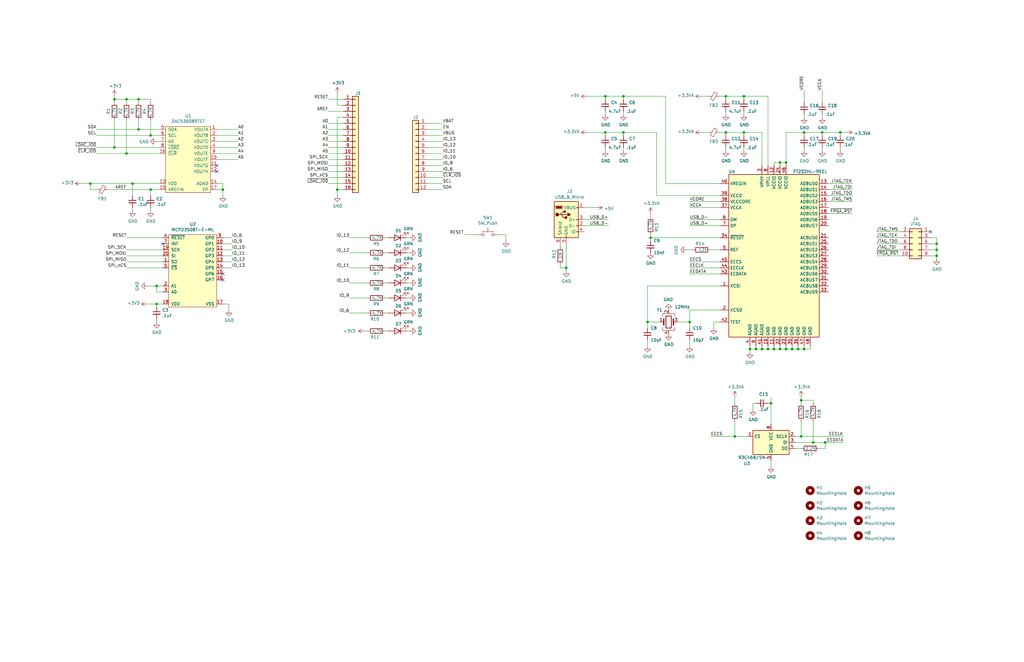
<source format=kicad_sch>
(kicad_sch (version 20230121) (generator eeschema)
  (paper "B")
  (junction (at 318.77 147.32))
  (junction (at 313.69 40.64))
  (junction (at 142.24 80.01))
  (junction (at 394.97 102.87))
  (junction (at 274.32 100.33))
  (junction (at 262.89 40.64))
  (junction (at 326.39 147.32))
  (junction (at 321.31 147.32))
  (junction (at 262.89 55.88))
  (junction (at 337.82 168.91))
  (junction (at 63.5 57.15))
  (junction (at 339.09 147.32))
  (junction (at 337.82 184.15))
  (junction (at 354.33 55.88))
  (junction (at 309.88 184.15))
  (junction (at 273.05 135.89))
  (junction (at 328.93 147.32))
  (junction (at 63.5 80.01))
  (junction (at 48.26 62.23))
  (junction (at 347.98 186.69))
  (junction (at 342.9 186.69))
  (junction (at 255.27 40.64))
  (junction (at 238.76 113.03))
  (junction (at 66.04 120.65))
  (junction (at 306.07 55.88))
  (junction (at 325.12 170.18))
  (junction (at 48.26 41.91))
  (junction (at 55.88 77.47))
  (junction (at 306.07 40.64))
  (junction (at 346.71 55.88))
  (junction (at 93.98 80.01))
  (junction (at 58.42 54.61))
  (junction (at 334.01 147.32))
  (junction (at 394.97 105.41))
  (junction (at 331.47 68.58))
  (junction (at 313.69 55.88))
  (junction (at 331.47 147.32))
  (junction (at 394.97 107.95))
  (junction (at 336.55 147.32))
  (junction (at 323.85 147.32))
  (junction (at 339.09 55.88))
  (junction (at 290.83 135.89))
  (junction (at 38.1 77.47))
  (junction (at 328.93 68.58))
  (junction (at 58.42 41.91))
  (junction (at 316.23 147.32))
  (junction (at 53.34 41.91))
  (junction (at 66.04 128.27))
  (junction (at 255.27 55.88))
  (junction (at 53.34 64.77))
  (no_connect (at 93.98 118.11))
  (no_connect (at 91.44 72.39))
  (no_connect (at 68.58 102.87))
  (no_connect (at 392.43 97.79))
  (no_connect (at 93.98 115.57))
  (no_connect (at 91.44 69.85))
  (wire (pts (xy 93.98 80.01) (xy 93.98 77.47)))
  (wire (pts (xy 262.89 40.64) (xy 280.67 40.64)))
  (wire (pts (xy 276.86 82.55) (xy 303.53 82.55)))
  (wire (pts (xy 342.9 170.18) (xy 342.9 168.91)))
  (wire (pts (xy 317.5 170.18) (xy 317.5 172.72)))
  (wire (pts (xy 316.23 148.59) (xy 316.23 147.32)))
  (wire (pts (xy 337.82 184.15) (xy 355.6 184.15)))
  (wire (pts (xy 144.78 80.01) (xy 142.24 80.01)))
  (wire (pts (xy 336.55 147.32) (xy 336.55 146.05)))
  (wire (pts (xy 331.47 147.32) (xy 334.01 147.32)))
  (wire (pts (xy 66.04 128.27) (xy 68.58 128.27)))
  (wire (pts (xy 347.98 186.69) (xy 355.6 186.69)))
  (wire (pts (xy 53.34 50.8) (xy 53.34 64.77)))
  (wire (pts (xy 325.12 170.18) (xy 325.12 167.64)))
  (wire (pts (xy 144.78 44.45) (xy 142.24 44.45)))
  (wire (pts (xy 180.34 69.85) (xy 186.69 69.85)))
  (wire (pts (xy 306.07 55.88) (xy 303.53 55.88)))
  (wire (pts (xy 290.83 143.51) (xy 290.83 146.05)))
  (wire (pts (xy 290.83 113.03) (xy 303.53 113.03)))
  (wire (pts (xy 379.73 105.41) (xy 369.57 105.41)))
  (wire (pts (xy 144.78 69.85) (xy 138.43 69.85)))
  (wire (pts (xy 337.82 170.18) (xy 337.82 168.91)))
  (wire (pts (xy 326.39 69.85) (xy 326.39 68.58)))
  (wire (pts (xy 303.53 85.09) (xy 290.83 85.09)))
  (wire (pts (xy 342.9 186.69) (xy 347.98 186.69)))
  (wire (pts (xy 236.22 113.03) (xy 238.76 113.03)))
  (wire (pts (xy 335.28 186.69) (xy 342.9 186.69)))
  (wire (pts (xy 336.55 147.32) (xy 339.09 147.32)))
  (wire (pts (xy 331.47 147.32) (xy 331.47 146.05)))
  (wire (pts (xy 306.07 63.5) (xy 306.07 62.23)))
  (wire (pts (xy 280.67 77.47) (xy 303.53 77.47)))
  (wire (pts (xy 379.73 100.33) (xy 369.57 100.33)))
  (wire (pts (xy 147.32 100.33) (xy 154.94 100.33)))
  (wire (pts (xy 58.42 41.91) (xy 63.5 41.91)))
  (wire (pts (xy 347.98 189.23) (xy 347.98 186.69)))
  (wire (pts (xy 55.88 88.9) (xy 55.88 87.63)))
  (wire (pts (xy 318.77 170.18) (xy 317.5 170.18)))
  (wire (pts (xy 290.83 95.25) (xy 303.53 95.25)))
  (wire (pts (xy 323.85 69.85) (xy 323.85 40.64)))
  (wire (pts (xy 274.32 100.33) (xy 303.53 100.33)))
  (wire (pts (xy 147.32 132.08) (xy 154.94 132.08)))
  (wire (pts (xy 180.34 52.07) (xy 186.69 52.07)))
  (wire (pts (xy 144.78 64.77) (xy 138.43 64.77)))
  (wire (pts (xy 144.78 67.31) (xy 138.43 67.31)))
  (wire (pts (xy 313.69 63.5) (xy 313.69 62.23)))
  (wire (pts (xy 93.98 102.87) (xy 97.79 102.87)))
  (wire (pts (xy 68.58 113.03) (xy 53.34 113.03)))
  (wire (pts (xy 335.28 189.23) (xy 337.82 189.23)))
  (wire (pts (xy 180.34 54.61) (xy 186.69 54.61)))
  (wire (pts (xy 162.56 139.7) (xy 163.83 139.7)))
  (wire (pts (xy 273.05 120.65) (xy 303.53 120.65)))
  (wire (pts (xy 326.39 147.32) (xy 326.39 146.05)))
  (wire (pts (xy 63.5 50.8) (xy 63.5 57.15)))
  (wire (pts (xy 40.64 54.61) (xy 58.42 54.61)))
  (wire (pts (xy 144.78 72.39) (xy 138.43 72.39)))
  (wire (pts (xy 262.89 48.26) (xy 262.89 46.99)))
  (wire (pts (xy 96.52 128.27) (xy 96.52 130.81)))
  (wire (pts (xy 147.32 113.03) (xy 154.94 113.03)))
  (wire (pts (xy 171.45 132.08) (xy 172.72 132.08)))
  (wire (pts (xy 62.23 128.27) (xy 66.04 128.27)))
  (wire (pts (xy 262.89 63.5) (xy 262.89 62.23)))
  (wire (pts (xy 290.83 130.81) (xy 290.83 135.89)))
  (wire (pts (xy 63.5 82.55) (xy 63.5 80.01)))
  (wire (pts (xy 328.93 147.32) (xy 328.93 146.05)))
  (wire (pts (xy 144.78 54.61) (xy 138.43 54.61)))
  (wire (pts (xy 392.43 107.95) (xy 394.97 107.95)))
  (wire (pts (xy 34.29 77.47) (xy 38.1 77.47)))
  (wire (pts (xy 306.07 57.15) (xy 306.07 55.88)))
  (wire (pts (xy 53.34 43.18) (xy 53.34 41.91)))
  (wire (pts (xy 195.58 99.06) (xy 200.66 99.06)))
  (wire (pts (xy 91.44 57.15) (xy 100.33 57.15)))
  (wire (pts (xy 246.38 92.71) (xy 256.54 92.71)))
  (wire (pts (xy 255.27 41.91) (xy 255.27 40.64)))
  (wire (pts (xy 316.23 147.32) (xy 316.23 146.05)))
  (wire (pts (xy 313.69 40.64) (xy 306.07 40.64)))
  (wire (pts (xy 274.32 101.6) (xy 274.32 100.33)))
  (wire (pts (xy 394.97 107.95) (xy 394.97 109.22)))
  (wire (pts (xy 68.58 107.95) (xy 53.34 107.95)))
  (wire (pts (xy 93.98 128.27) (xy 96.52 128.27)))
  (wire (pts (xy 392.43 102.87) (xy 394.97 102.87)))
  (wire (pts (xy 339.09 55.88) (xy 331.47 55.88)))
  (wire (pts (xy 180.34 72.39) (xy 186.69 72.39)))
  (wire (pts (xy 142.24 44.45) (xy 142.24 39.37)))
  (wire (pts (xy 144.78 77.47) (xy 138.43 77.47)))
  (wire (pts (xy 328.93 147.32) (xy 331.47 147.32)))
  (wire (pts (xy 68.58 120.65) (xy 66.04 120.65)))
  (wire (pts (xy 326.39 147.32) (xy 328.93 147.32)))
  (wire (pts (xy 303.53 105.41) (xy 299.72 105.41)))
  (wire (pts (xy 342.9 168.91) (xy 337.82 168.91)))
  (wire (pts (xy 262.89 41.91) (xy 262.89 40.64)))
  (wire (pts (xy 93.98 107.95) (xy 97.79 107.95)))
  (wire (pts (xy 68.58 123.19) (xy 66.04 123.19)))
  (wire (pts (xy 379.73 102.87) (xy 369.57 102.87)))
  (wire (pts (xy 247.65 55.88) (xy 255.27 55.88)))
  (wire (pts (xy 328.93 69.85) (xy 328.93 68.58)))
  (wire (pts (xy 273.05 143.51) (xy 273.05 146.05)))
  (wire (pts (xy 318.77 147.32) (xy 321.31 147.32)))
  (wire (pts (xy 210.82 99.06) (xy 213.36 99.06)))
  (wire (pts (xy 48.26 50.8) (xy 48.26 62.23)))
  (wire (pts (xy 392.43 105.41) (xy 394.97 105.41)))
  (wire (pts (xy 318.77 147.32) (xy 318.77 146.05)))
  (wire (pts (xy 144.78 52.07) (xy 138.43 52.07)))
  (wire (pts (xy 354.33 55.88) (xy 356.87 55.88)))
  (wire (pts (xy 53.34 100.33) (xy 68.58 100.33)))
  (wire (pts (xy 171.45 106.68) (xy 172.72 106.68)))
  (wire (pts (xy 255.27 48.26) (xy 255.27 46.99)))
  (wire (pts (xy 93.98 113.03) (xy 97.79 113.03)))
  (wire (pts (xy 313.69 55.88) (xy 306.07 55.88)))
  (wire (pts (xy 321.31 69.85) (xy 321.31 55.88)))
  (wire (pts (xy 144.78 74.93) (xy 138.43 74.93)))
  (wire (pts (xy 306.07 40.64) (xy 303.53 40.64)))
  (wire (pts (xy 91.44 67.31) (xy 100.33 67.31)))
  (wire (pts (xy 66.04 129.54) (xy 66.04 128.27)))
  (wire (pts (xy 354.33 55.88) (xy 346.71 55.88)))
  (wire (pts (xy 162.56 100.33) (xy 163.83 100.33)))
  (wire (pts (xy 162.56 119.38) (xy 163.83 119.38)))
  (wire (pts (xy 93.98 77.47) (xy 91.44 77.47)))
  (wire (pts (xy 48.26 43.18) (xy 48.26 41.91)))
  (wire (pts (xy 68.58 110.49) (xy 53.34 110.49)))
  (wire (pts (xy 339.09 63.5) (xy 339.09 62.23)))
  (wire (pts (xy 290.83 138.43) (xy 290.83 135.89)))
  (wire (pts (xy 303.53 110.49) (xy 290.83 110.49)))
  (wire (pts (xy 162.56 132.08) (xy 163.83 132.08)))
  (wire (pts (xy 67.31 64.77) (xy 53.34 64.77)))
  (wire (pts (xy 66.04 123.19) (xy 66.04 120.65)))
  (wire (pts (xy 339.09 147.32) (xy 339.09 146.05)))
  (wire (pts (xy 91.44 62.23) (xy 100.33 62.23)))
  (wire (pts (xy 295.91 55.88) (xy 298.45 55.88)))
  (wire (pts (xy 66.04 135.89) (xy 66.04 134.62)))
  (wire (pts (xy 354.33 63.5) (xy 354.33 62.23)))
  (wire (pts (xy 335.28 184.15) (xy 337.82 184.15)))
  (wire (pts (xy 274.32 91.44) (xy 274.32 90.17)))
  (wire (pts (xy 303.53 87.63) (xy 290.83 87.63)))
  (wire (pts (xy 236.22 102.87) (xy 236.22 104.14)))
  (wire (pts (xy 328.93 68.58) (xy 326.39 68.58)))
  (wire (pts (xy 93.98 80.01) (xy 93.98 82.55)))
  (wire (pts (xy 313.69 48.26) (xy 313.69 46.99)))
  (wire (pts (xy 379.73 97.79) (xy 369.57 97.79)))
  (wire (pts (xy 238.76 114.3) (xy 238.76 113.03)))
  (wire (pts (xy 93.98 110.49) (xy 97.79 110.49)))
  (wire (pts (xy 289.56 105.41) (xy 292.1 105.41)))
  (wire (pts (xy 273.05 120.65) (xy 273.05 135.89)))
  (wire (pts (xy 321.31 147.32) (xy 323.85 147.32)))
  (wire (pts (xy 144.78 49.53) (xy 142.24 49.53)))
  (wire (pts (xy 337.82 168.91) (xy 337.82 167.64)))
  (wire (pts (xy 316.23 147.32) (xy 318.77 147.32)))
  (wire (pts (xy 323.85 40.64) (xy 313.69 40.64)))
  (wire (pts (xy 144.78 59.69) (xy 138.43 59.69)))
  (wire (pts (xy 280.67 40.64) (xy 280.67 77.47)))
  (wire (pts (xy 346.71 63.5) (xy 346.71 62.23)))
  (wire (pts (xy 346.71 57.15) (xy 346.71 55.88)))
  (wire (pts (xy 180.34 57.15) (xy 186.69 57.15)))
  (wire (pts (xy 138.43 41.91) (xy 144.78 41.91)))
  (wire (pts (xy 313.69 57.15) (xy 313.69 55.88)))
  (wire (pts (xy 379.73 107.95) (xy 369.57 107.95)))
  (wire (pts (xy 323.85 147.32) (xy 326.39 147.32)))
  (wire (pts (xy 91.44 54.61) (xy 100.33 54.61)))
  (wire (pts (xy 180.34 77.47) (xy 186.69 77.47)))
  (wire (pts (xy 346.71 38.1) (xy 346.71 43.18)))
  (wire (pts (xy 63.5 41.91) (xy 63.5 43.18)))
  (wire (pts (xy 313.69 41.91) (xy 313.69 40.64)))
  (wire (pts (xy 276.86 82.55) (xy 276.86 55.88)))
  (wire (pts (xy 295.91 40.64) (xy 298.45 40.64)))
  (wire (pts (xy 53.34 64.77) (xy 40.64 64.77)))
  (wire (pts (xy 153.67 139.7) (xy 154.94 139.7)))
  (wire (pts (xy 63.5 88.9) (xy 63.5 87.63)))
  (wire (pts (xy 354.33 57.15) (xy 354.33 55.88)))
  (wire (pts (xy 246.38 87.63) (xy 251.46 87.63)))
  (wire (pts (xy 58.42 50.8) (xy 58.42 54.61)))
  (wire (pts (xy 67.31 57.15) (xy 63.5 57.15)))
  (wire (pts (xy 394.97 100.33) (xy 394.97 102.87)))
  (wire (pts (xy 162.56 106.68) (xy 163.83 106.68)))
  (wire (pts (xy 180.34 80.01) (xy 186.69 80.01)))
  (wire (pts (xy 147.32 106.68) (xy 154.94 106.68)))
  (wire (pts (xy 325.12 170.18) (xy 323.85 170.18)))
  (wire (pts (xy 180.34 64.77) (xy 186.69 64.77)))
  (wire (pts (xy 339.09 147.32) (xy 341.63 147.32)))
  (wire (pts (xy 290.83 92.71) (xy 303.53 92.71)))
  (wire (pts (xy 309.88 167.64) (xy 309.88 170.18)))
  (wire (pts (xy 339.09 49.53) (xy 339.09 48.26)))
  (wire (pts (xy 323.85 147.32) (xy 323.85 146.05)))
  (wire (pts (xy 262.89 55.88) (xy 255.27 55.88)))
  (wire (pts (xy 91.44 80.01) (xy 93.98 80.01)))
  (wire (pts (xy 40.64 80.01) (xy 38.1 80.01)))
  (wire (pts (xy 180.34 74.93) (xy 186.69 74.93)))
  (wire (pts (xy 334.01 147.32) (xy 334.01 146.05)))
  (wire (pts (xy 38.1 80.01) (xy 38.1 77.47)))
  (wire (pts (xy 337.82 177.8) (xy 337.82 184.15)))
  (wire (pts (xy 180.34 62.23) (xy 186.69 62.23)))
  (wire (pts (xy 40.64 57.15) (xy 63.5 57.15)))
  (wire (pts (xy 180.34 67.31) (xy 186.69 67.31)))
  (wire (pts (xy 359.41 85.09) (xy 349.25 85.09)))
  (wire (pts (xy 48.26 62.23) (xy 40.64 62.23)))
  (wire (pts (xy 394.97 105.41) (xy 394.97 107.95)))
  (wire (pts (xy 93.98 100.33) (xy 97.79 100.33)))
  (wire (pts (xy 142.24 80.01) (xy 142.24 82.55)))
  (wire (pts (xy 290.83 115.57) (xy 303.53 115.57)))
  (wire (pts (xy 91.44 64.77) (xy 100.33 64.77)))
  (wire (pts (xy 238.76 113.03) (xy 238.76 102.87)))
  (wire (pts (xy 299.72 184.15) (xy 309.88 184.15)))
  (wire (pts (xy 290.83 130.81) (xy 303.53 130.81)))
  (wire (pts (xy 359.41 80.01) (xy 349.25 80.01)))
  (wire (pts (xy 342.9 177.8) (xy 342.9 186.69)))
  (wire (pts (xy 48.26 41.91) (xy 48.26 40.64)))
  (wire (pts (xy 346.71 49.53) (xy 346.71 48.26)))
  (wire (pts (xy 162.56 113.03) (xy 163.83 113.03)))
  (wire (pts (xy 255.27 63.5) (xy 255.27 62.23)))
  (wire (pts (xy 309.88 184.15) (xy 314.96 184.15)))
  (wire (pts (xy 345.44 189.23) (xy 347.98 189.23)))
  (wire (pts (xy 236.22 111.76) (xy 236.22 113.03)))
  (wire (pts (xy 171.45 113.03) (xy 172.72 113.03)))
  (wire (pts (xy 273.05 135.89) (xy 278.13 135.89)))
  (wire (pts (xy 171.45 100.33) (xy 172.72 100.33)))
  (wire (pts (xy 53.34 41.91) (xy 58.42 41.91)))
  (wire (pts (xy 213.36 99.06) (xy 213.36 101.6)))
  (wire (pts (xy 262.89 40.64) (xy 255.27 40.64)))
  (wire (pts (xy 162.56 125.73) (xy 163.83 125.73)))
  (wire (pts (xy 262.89 55.88) (xy 276.86 55.88)))
  (wire (pts (xy 91.44 59.69) (xy 100.33 59.69)))
  (wire (pts (xy 273.05 138.43) (xy 273.05 135.89)))
  (wire (pts (xy 331.47 68.58) (xy 328.93 68.58)))
  (wire (pts (xy 262.89 57.15) (xy 262.89 55.88)))
  (wire (pts (xy 45.72 80.01) (xy 63.5 80.01)))
  (wire (pts (xy 306.07 41.91) (xy 306.07 40.64)))
  (wire (pts (xy 38.1 77.47) (xy 55.88 77.47)))
  (wire (pts (xy 341.63 147.32) (xy 341.63 146.05)))
  (wire (pts (xy 303.53 135.89) (xy 300.99 135.89)))
  (wire (pts (xy 339.09 57.15) (xy 339.09 55.88)))
  (wire (pts (xy 255.27 40.64) (xy 247.65 40.64)))
  (wire (pts (xy 300.99 135.89) (xy 300.99 138.43)))
  (wire (pts (xy 66.04 59.69) (xy 67.31 59.69)))
  (wire (pts (xy 331.47 55.88) (xy 331.47 68.58)))
  (wire (pts (xy 171.45 139.7) (xy 172.72 139.7)))
  (wire (pts (xy 55.88 82.55) (xy 55.88 77.47)))
  (wire (pts (xy 309.88 177.8) (xy 309.88 184.15)))
  (wire (pts (xy 93.98 105.41) (xy 97.79 105.41)))
  (wire (pts (xy 359.41 82.55) (xy 349.25 82.55)))
  (wire (pts (xy 55.88 77.47) (xy 67.31 77.47)))
  (wire (pts (xy 180.34 59.69) (xy 186.69 59.69)))
  (wire (pts (xy 63.5 80.01) (xy 67.31 80.01)))
  (wire (pts (xy 144.78 62.23) (xy 138.43 62.23)))
  (wire (pts (xy 346.71 55.88) (xy 339.09 55.88)))
  (wire (pts (xy 144.78 46.99) (xy 138.43 46.99)))
  (wire (pts (xy 325.12 194.31) (xy 325.12 196.85)))
  (wire (pts (xy 339.09 43.18) (xy 339.09 38.1)))
  (wire (pts (xy 334.01 147.32) (xy 336.55 147.32)))
  (wire (pts (xy 246.38 95.25) (xy 256.54 95.25)))
  (wire (pts (xy 306.07 48.26) (xy 306.07 46.99)))
  (wire (pts (xy 58.42 41.91) (xy 58.42 43.18)))
  (wire (pts (xy 171.45 125.73) (xy 172.72 125.73)))
  (wire (pts (xy 147.32 125.73) (xy 154.94 125.73)))
  (wire (pts (xy 255.27 55.88) (xy 255.27 57.15)))
  (wire (pts (xy 359.41 90.17) (xy 349.25 90.17)))
  (wire (pts (xy 147.32 119.38) (xy 154.94 119.38)))
  (wire (pts (xy 321.31 147.32) (xy 321.31 146.05)))
  (wire (pts (xy 321.31 55.88) (xy 313.69 55.88)))
  (wire (pts (xy 53.34 41.91) (xy 48.26 41.91)))
  (wire (pts (xy 144.78 57.15) (xy 138.43 57.15)))
  (wire (pts (xy 285.75 135.89) (xy 290.83 135.89)))
  (wire (pts (xy 68.58 105.41) (xy 53.34 105.41)))
  (wire (pts (xy 325.12 170.18) (xy 325.12 179.07)))
  (wire (pts (xy 331.47 69.85) (xy 331.47 68.58)))
  (wire (pts (xy 394.97 102.87) (xy 394.97 105.41)))
  (wire (pts (xy 274.32 99.06) (xy 274.32 100.33)))
  (wire (pts (xy 171.45 119.38) (xy 172.72 119.38)))
  (wire (pts (xy 392.43 100.33) (xy 394.97 100.33)))
  (wire (pts (xy 67.31 54.61) (xy 58.42 54.61)))
  (wire (pts (xy 359.41 77.47) (xy 349.25 77.47)))
  (wire (pts (xy 67.31 62.23) (xy 48.26 62.23)))
  (wire (pts (xy 142.24 49.53) (xy 142.24 80.01)))
  (wire (pts (xy 62.23 120.65) (xy 66.04 120.65)))
  (label "SCL" (at 40.64 57.15 180))
  (label "VCORE" (at 290.83 85.09 0))
  (label "AREF" (at 53.34 80.01 180))
  (label "SPI_MISO" (at 53.34 110.49 180))
  (label "EN" (at 186.69 54.61 0))
  (label "~{CLR_IO5}" (at 186.69 74.93 0))
  (label "SPI_SCK" (at 53.34 105.41 180))
  (label "SPI_nCS" (at 138.43 74.93 180))
  (label "IO_6" (at 97.79 100.33 0))
  (label "~{FPGA_RST}" (at 359.41 90.17 180))
  (label "~{LDAC_IO0}" (at 40.64 62.23 180))
  (label "IO_11" (at 186.69 64.77 0))
  (label "SDA" (at 40.64 54.61 180))
  (label "JTAG_TMS" (at 369.57 97.79 0))
  (label "IO_13" (at 147.32 100.33 180))
  (label "A4" (at 100.33 64.77 0))
  (label "USB_D-" (at 290.83 92.71 0))
  (label "EECLK" (at 355.6 184.15 180))
  (label "RESET" (at 53.34 100.33 180))
  (label "VCORE" (at 339.09 38.1 90))
  (label "A3" (at 100.33 62.23 0))
  (label "A0" (at 138.43 52.07 180))
  (label "VCCA" (at 290.83 87.63 0))
  (label "~{CLR_IO5}" (at 40.64 64.77 180))
  (label "USB_D+" (at 256.54 92.71 180))
  (label "RESET" (at 138.43 41.91 180))
  (label "A1" (at 138.43 54.61 180))
  (label "IO_9" (at 97.79 102.87 0))
  (label "JTAG_TDI" (at 369.57 105.41 0))
  (label "SPI_MOSI" (at 53.34 107.95 180))
  (label "IO_10" (at 147.32 119.38 180))
  (label "SPI_MOSI" (at 138.43 69.85 180))
  (label "JTAG_TCK" (at 359.41 77.47 180))
  (label "A2" (at 138.43 57.15 180))
  (label "JTAG_TDO" (at 359.41 82.55 180))
  (label "A5" (at 138.43 64.77 180))
  (label "IO_9" (at 186.69 69.85 0))
  (label "RESET" (at 195.58 99.06 180))
  (label "IO_12" (at 97.79 110.49 0))
  (label "USB_D-" (at 256.54 95.25 180))
  (label "A0" (at 100.33 54.61 0))
  (label "IO_10" (at 186.69 67.31 0))
  (label "A5" (at 100.33 67.31 0))
  (label "IO_9" (at 147.32 125.73 180))
  (label "SPI_MISO" (at 138.43 72.39 180))
  (label "IO_10" (at 97.79 105.41 0))
  (label "VBUS" (at 186.69 57.15 0))
  (label "USB_D+" (at 290.83 95.25 0))
  (label "IO_6" (at 186.69 72.39 0))
  (label "IO_11" (at 147.32 113.03 180))
  (label "IO_11" (at 97.79 107.95 0))
  (label "EEDATA" (at 355.6 186.69 180))
  (label "JTAG_TDO" (at 369.57 102.87 0))
  (label "AREF" (at 138.43 46.99 180))
  (label "A3" (at 138.43 59.69 180))
  (label "IO_13" (at 186.69 59.69 0))
  (label "EECS" (at 299.72 184.15 0))
  (label "IO_6" (at 147.32 132.08 180))
  (label "JTAG_TCK" (at 369.57 100.33 0))
  (label "EECS" (at 290.83 110.49 0))
  (label "SCL" (at 186.69 77.47 0))
  (label "IO_12" (at 186.69 62.23 0))
  (label "SPI_nCS" (at 53.34 113.03 180))
  (label "IO_13" (at 97.79 113.03 0))
  (label "EEDATA" (at 290.83 115.57 0))
  (label "VBAT" (at 186.69 52.07 0))
  (label "EECLK" (at 290.83 113.03 0))
  (label "A2" (at 100.33 59.69 0))
  (label "JTAG_TMS" (at 359.41 85.09 180))
  (label "JTAG_TDI" (at 359.41 80.01 180))
  (label "A1" (at 100.33 57.15 0))
  (label "SPI_SCK" (at 138.43 67.31 180))
  (label "SDA" (at 186.69 80.01 0))
  (label "A4" (at 138.43 62.23 180))
  (label "VCCA" (at 346.71 38.1 90))
  (label "~{LDAC_IO0}" (at 138.43 77.47 180))
  (label "IO_12" (at 147.32 106.68 180))
  (label "~{FPGA_RST}" (at 369.57 107.95 0))
  (symbol (lib_id "Connector_Generic:Conn_01x12") (at 175.26 64.77 0) (mirror y) (unit 1)
    (property "Reference" "J2" (at 175.26 49.53 0))
    (property "Value" "Conn_01x12" (effects hide))
    (property "Footprint" "Connector_PinHeader_2.54mm:PinHeader_1x12_P2.54mm_Vertical" (effects hide))
  )
  (symbol (lib_id "Connector_Generic:Conn_01x16") (at 149.86 59.69 0) (unit 1)
    (property "Reference" "J1" (at 149.86 39.37 0) (effects (justify left)))
    (property "Value" "Conn_01x16" (effects hide))
    (property "Footprint" "Connector_PinHeader_2.54mm:PinHeader_1x16_P2.54mm_Vertical" (effects hide))
  )
  (symbol (lib_id "orangecrab-test:DAC53608RTET") (at 78.74 69.85 0) (unit 1)
    (property "Reference" "U1" (at 79.375 48.895 0))
    (property "Value" "DAC53608RTET" (at 79.375 51.2064 0))
    (property "Footprint" "Package_DFN_QFN:QFN-16-1EP_3x3mm_P0.5mm_EP1.8x1.8mm" (effects hide))
  )
  (symbol (lib_id "power:GND") (at 66.04 59.69 270) (unit 1)
    (property "Reference" "#PWR0101" (effects hide))
    (property "Value" "GND" (at 62.7888 59.817 90) (effects (justify right)))
  )
  (symbol (lib_id "Device:R") (at 58.42 46.99 0) (unit 1)
    (property "Reference" "R3" (at 55.88 48.26 90) (effects (justify left)))
    (property "Value" "4.7K" (at 58.42 49.53 90) (effects (justify left)))
    (property "Footprint" "Resistor_SMD:R_0402_1005Metric" (effects hide))
  )
  (symbol (lib_id "Device:R") (at 63.5 46.99 0) (unit 1)
    (property "Reference" "R4" (at 60.96 48.26 90) (effects (justify left)))
    (property "Value" "4.7K" (at 63.5 49.53 90) (effects (justify left)))
    (property "Footprint" "Resistor_SMD:R_0402_1005Metric" (effects hide))
  )
  (symbol (lib_id "Device:R") (at 48.26 46.99 0) (unit 1)
    (property "Reference" "R1" (at 45.72 48.26 90) (effects (justify left)))
    (property "Value" "4.7K" (at 48.26 49.53 90) (effects (justify left)))
    (property "Footprint" "Resistor_SMD:R_0402_1005Metric" (effects hide))
  )
  (symbol (lib_id "Device:R") (at 53.34 46.99 0) (unit 1)
    (property "Reference" "R2" (at 50.8 48.26 90) (effects (justify left)))
    (property "Value" "4.7K" (at 53.34 49.53 90) (effects (justify left)))
    (property "Footprint" "Resistor_SMD:R_0402_1005Metric" (effects hide))
  )
  (symbol (lib_id "orangecrab-test-rescue:+3.3V-power") (at 142.24 39.37 0) (unit 1)
    (property "Reference" "#PWR0102" (effects hide))
    (property "Value" "+3.3V" (at 142.621 34.9758 0))
  )
  (symbol (lib_id "power:GND") (at 142.24 82.55 0) (unit 1)
    (property "Reference" "#PWR0103" (effects hide))
    (property "Value" "GND" (at 142.367 86.9442 0))
  )
  (symbol (lib_id "orangecrab-test:MCP23S08T-E-ML") (at 81.28 110.49 0) (unit 1)
    (property "Reference" "U2" (at 81.28 94.615 0))
    (property "Value" "MCP23S08T-E-ML" (at 81.28 96.9264 0))
    (property "Footprint" "Package_DFN_QFN:QFN-20-1EP_4x4mm_P0.5mm_EP2.5x2.5mm" (effects hide))
  )
  (symbol (lib_id "power:GND") (at 96.52 130.81 0) (unit 1)
    (property "Reference" "#PWR0111" (effects hide))
    (property "Value" "GND" (at 96.647 135.2042 0))
  )
  (symbol (lib_id "power:GND") (at 93.98 82.55 0) (unit 1)
    (property "Reference" "#PWR0104" (effects hide))
    (property "Value" "GND" (at 94.107 86.9442 0))
  )
  (symbol (lib_id "orangecrab-test-rescue:+3.3V-power") (at 34.29 77.47 90) (unit 1)
    (property "Reference" "#PWR0105" (effects hide))
    (property "Value" "+3.3V" (at 31.0388 77.089 90) (effects (justify left)))
  )
  (symbol (lib_id "Device:C_Small") (at 55.88 85.09 0) (unit 1)
    (property "Reference" "C1" (at 58.2168 83.9216 0) (effects (justify left)))
    (property "Value" ".1uF" (at 58.2168 86.233 0) (effects (justify left)))
    (property "Footprint" "Capacitor_SMD:C_0402_1005Metric" (effects hide))
  )
  (symbol (lib_id "power:GND") (at 55.88 88.9 0) (unit 1)
    (property "Reference" "#PWR0106" (effects hide))
    (property "Value" "GND" (at 56.007 93.2942 0))
  )
  (symbol (lib_id "Device:C_Small") (at 63.5 85.09 0) (unit 1)
    (property "Reference" "C2" (at 65.8368 83.9216 0) (effects (justify left)))
    (property "Value" ".1uF" (at 65.8368 86.233 0) (effects (justify left)))
    (property "Footprint" "Capacitor_SMD:C_0402_1005Metric" (effects hide))
  )
  (symbol (lib_id "power:GND") (at 63.5 88.9 0) (unit 1)
    (property "Reference" "#PWR0107" (effects hide))
    (property "Value" "GND" (at 63.627 93.2942 0))
  )
  (symbol (lib_id "orangecrab-test-rescue:+3.3V-power") (at 62.23 128.27 90) (unit 1)
    (property "Reference" "#PWR0112" (effects hide))
    (property "Value" "+3.3V" (at 58.9788 127.889 90) (effects (justify left)))
  )
  (symbol (lib_id "Device:C_Small") (at 66.04 132.08 0) (unit 1)
    (property "Reference" "C3" (at 68.3768 130.9116 0) (effects (justify left)))
    (property "Value" ".1uF" (at 68.3768 133.223 0) (effects (justify left)))
    (property "Footprint" "Capacitor_SMD:C_0402_1005Metric" (effects hide))
  )
  (symbol (lib_id "power:GND") (at 66.04 135.89 0) (unit 1)
    (property "Reference" "#PWR0113" (effects hide))
    (property "Value" "GND" (at 66.167 140.2842 0))
  )
  (symbol (lib_id "orangecrab-test-rescue:+3.3V-power") (at 48.26 40.64 0) (unit 1)
    (property "Reference" "#PWR0108" (effects hide))
    (property "Value" "+3.3V" (at 48.641 36.2458 0))
  )
  (symbol (lib_id "power:GND") (at 62.23 120.65 270) (unit 1)
    (property "Reference" "#PWR0114" (effects hide))
    (property "Value" "GND" (at 57.8358 120.777 0))
  )
  (symbol (lib_id "orangecrab-test-rescue:+3.3V-power") (at 153.67 139.7 90) (unit 1)
    (property "Reference" "#PWR0109" (effects hide))
    (property "Value" "+3.3V" (at 147.32 139.7 90))
  )
  (symbol (lib_id "Device:LED") (at 167.64 139.7 180) (unit 1)
    (property "Reference" "D7" (at 166.6748 136.7282 0) (effects (justify right)))
    (property "Value" "GRN" (at 170.18 135.89 0) (effects (justify right)))
    (property "Footprint" "LED_SMD:LED_0603_1608Metric" (effects hide))
  )
  (symbol (lib_id "power:GND") (at 172.72 139.7 90) (unit 1)
    (property "Reference" "#PWR0110" (effects hide))
    (property "Value" "GND" (at 177.1142 139.573 0))
  )
  (symbol (lib_id "Device:R") (at 158.75 139.7 90) (unit 1)
    (property "Reference" "R11" (at 160.02 142.24 90) (effects (justify left)))
    (property "Value" "4.7K" (at 161.29 139.7 90) (effects (justify left)))
    (property "Footprint" "Resistor_SMD:R_0402_1005Metric" (effects hide))
  )
  (symbol (lib_id "Interface_USB:FT232H") (at 326.39 107.95 0) (unit 1)
    (property "Reference" "U4" (at 308.61 72.39 0))
    (property "Value" "FT232HL-REEL" (at 341.63 72.39 0))
    (property "Footprint" "Package_QFP:TQFP-48-1EP_7x7mm_P0.5mm_EP5x5mm" (effects hide))
    (property "Datasheet" "http://www.ftdichip.com/Products/ICs/FT232H.htm" (effects hide))
  )
  (symbol (lib_id "power:GND") (at 316.23 148.59 0) (unit 1)
    (property "Reference" "#PWR0122" (effects hide))
    (property "Value" "GND" (at 316.357 152.9842 0))
  )
  (symbol (lib_id "Device:LED") (at 167.64 100.33 180) (unit 1)
    (property "Reference" "D1" (at 166.6748 97.3582 0) (effects (justify right)))
    (property "Value" "GRN" (at 170.18 96.52 0) (effects (justify right)))
    (property "Footprint" "LED_SMD:LED_0603_1608Metric" (effects hide))
  )
  (symbol (lib_id "power:GND") (at 172.72 100.33 90) (unit 1)
    (property "Reference" "#PWR0115" (effects hide))
    (property "Value" "GND" (at 177.1142 100.203 0))
  )
  (symbol (lib_id "Device:R") (at 158.75 100.33 90) (unit 1)
    (property "Reference" "R5" (at 160.02 102.87 90) (effects (justify left)))
    (property "Value" "4.7K" (at 161.29 100.33 90) (effects (justify left)))
    (property "Footprint" "Resistor_SMD:R_0402_1005Metric" (effects hide))
  )
  (symbol (lib_id "Device:LED") (at 167.64 106.68 180) (unit 1)
    (property "Reference" "D2" (at 166.6748 103.7082 0) (effects (justify right)))
    (property "Value" "GRN" (at 170.18 102.87 0) (effects (justify right)))
    (property "Footprint" "LED_SMD:LED_0603_1608Metric" (effects hide))
  )
  (symbol (lib_id "power:GND") (at 172.72 106.68 90) (unit 1)
    (property "Reference" "#PWR0116" (effects hide))
    (property "Value" "GND" (at 177.1142 106.553 0))
  )
  (symbol (lib_id "Device:R") (at 158.75 106.68 90) (unit 1)
    (property "Reference" "R6" (at 160.02 109.22 90) (effects (justify left)))
    (property "Value" "4.7K" (at 161.29 106.68 90) (effects (justify left)))
    (property "Footprint" "Resistor_SMD:R_0402_1005Metric" (effects hide))
  )
  (symbol (lib_id "Device:LED") (at 167.64 113.03 180) (unit 1)
    (property "Reference" "D3" (at 166.6748 110.0582 0) (effects (justify right)))
    (property "Value" "GRN" (at 170.18 109.22 0) (effects (justify right)))
    (property "Footprint" "LED_SMD:LED_0603_1608Metric" (effects hide))
  )
  (symbol (lib_id "power:GND") (at 172.72 113.03 90) (unit 1)
    (property "Reference" "#PWR0117" (effects hide))
    (property "Value" "GND" (at 177.1142 112.903 0))
  )
  (symbol (lib_id "Device:R") (at 158.75 113.03 90) (unit 1)
    (property "Reference" "R7" (at 160.02 115.57 90) (effects (justify left)))
    (property "Value" "4.7K" (at 161.29 113.03 90) (effects (justify left)))
    (property "Footprint" "Resistor_SMD:R_0402_1005Metric" (effects hide))
  )
  (symbol (lib_id "Device:LED") (at 167.64 119.38 180) (unit 1)
    (property "Reference" "D4" (at 166.6748 116.4082 0) (effects (justify right)))
    (property "Value" "GRN" (at 170.18 115.57 0) (effects (justify right)))
    (property "Footprint" "LED_SMD:LED_0603_1608Metric" (effects hide))
  )
  (symbol (lib_id "power:GND") (at 172.72 119.38 90) (unit 1)
    (property "Reference" "#PWR0118" (effects hide))
    (property "Value" "GND" (at 177.1142 119.253 0))
  )
  (symbol (lib_id "Device:R") (at 158.75 119.38 90) (unit 1)
    (property "Reference" "R8" (at 160.02 121.92 90) (effects (justify left)))
    (property "Value" "4.7K" (at 161.29 119.38 90) (effects (justify left)))
    (property "Footprint" "Resistor_SMD:R_0402_1005Metric" (effects hide))
  )
  (symbol (lib_id "Device:LED") (at 167.64 125.73 180) (unit 1)
    (property "Reference" "D5" (at 166.6748 122.7582 0) (effects (justify right)))
    (property "Value" "GRN" (at 170.18 121.92 0) (effects (justify right)))
    (property "Footprint" "LED_SMD:LED_0603_1608Metric" (effects hide))
  )
  (symbol (lib_id "power:GND") (at 172.72 125.73 90) (unit 1)
    (property "Reference" "#PWR0119" (effects hide))
    (property "Value" "GND" (at 177.1142 125.603 0))
  )
  (symbol (lib_id "Device:R") (at 158.75 125.73 90) (unit 1)
    (property "Reference" "R9" (at 160.02 128.27 90) (effects (justify left)))
    (property "Value" "4.7K" (at 161.29 125.73 90) (effects (justify left)))
    (property "Footprint" "Resistor_SMD:R_0402_1005Metric" (effects hide))
  )
  (symbol (lib_id "Device:LED") (at 167.64 132.08 180) (unit 1)
    (property "Reference" "D6" (at 166.6748 129.1082 0) (effects (justify right)))
    (property "Value" "GRN" (at 170.18 128.27 0) (effects (justify right)))
    (property "Footprint" "LED_SMD:LED_0603_1608Metric" (effects hide))
  )
  (symbol (lib_id "power:GND") (at 172.72 132.08 90) (unit 1)
    (property "Reference" "#PWR0120" (effects hide))
    (property "Value" "GND" (at 177.1142 131.953 0))
  )
  (symbol (lib_id "Device:R") (at 158.75 132.08 90) (unit 1)
    (property "Reference" "R10" (at 160.02 134.62 90) (effects (justify left)))
    (property "Value" "4.7K" (at 161.29 132.08 90) (effects (justify left)))
    (property "Footprint" "Resistor_SMD:R_0402_1005Metric" (effects hide))
  )
  (symbol (lib_id "Memory_EEPROM:93CxxB") (at 325.12 186.69 0) (unit 1)
    (property "Reference" "U3" (at 314.96 195.58 0))
    (property "Value" "93C46B/SN " (at 317.5 193.04 0))
    (property "Footprint" "Package_SO:SOIC-8_3.9x4.9mm_P1.27mm" (effects hide))
    (property "Datasheet" "http://ww1.microchip.com/downloads/en/DeviceDoc/20001749K.pdf" (effects hide))
  )
  (symbol (lib_id "Device:R") (at 341.63 189.23 90) (unit 1)
    (property "Reference" "R17" (at 342.9 191.77 90) (effects (justify left)))
    (property "Value" "2.2K" (at 344.17 189.23 90) (effects (justify left)))
    (property "Footprint" "Resistor_SMD:R_0402_1005Metric" (effects hide))
  )
  (symbol (lib_id "power:GND") (at 325.12 196.85 0) (unit 1)
    (property "Reference" "#PWR0123" (effects hide))
    (property "Value" "GND" (at 325.247 201.2442 0))
  )
  (symbol (lib_id "orangecrab-test-rescue:USB_B_Micro-Connector") (at 238.76 92.71 0) (unit 1)
    (property "Reference" "J3" (at 240.157 80.8482 0))
    (property "Value" "USB_B_Micro" (at 240.157 83.1596 0))
    (property "Footprint" "Connector_USB:USB_Micro-B_Molex-105017-0001" (effects hide))
  )
  (symbol (lib_id "Switch:SW_Push") (at 205.74 99.06 0) (unit 1)
    (property "Reference" "SW1" (at 205.74 91.821 0))
    (property "Value" "SW_Push" (at 205.74 94.1324 0))
    (property "Footprint" "Button_Switch_SMD:SW_SPST_EVQP0" (effects hide))
  )
  (symbol (lib_id "power:GND") (at 213.36 101.6 0) (unit 1)
    (property "Reference" "#PWR0121" (effects hide))
    (property "Value" "GND" (at 213.487 105.9942 0))
  )
  (symbol (lib_id "orangecrab-test-rescue:Ferrite_Bead_Small-Device") (at 43.18 80.01 270) (unit 1)
    (property "Reference" "FB1" (at 43.18 83.82 90))
    (property "Value" "Ferrite_Bead_Small" (effects hide))
    (property "Footprint" "Inductor_SMD:L_0603_1608Metric" (effects hide))
  )
  (symbol (lib_id "power:+5V") (at 251.46 87.63 270) (unit 1)
    (property "Reference" "#PWR0124" (effects hide))
    (property "Value" "+5V" (at 254.7112 88.011 90) (effects (justify left)))
  )
  (symbol (lib_id "Mechanical:MountingHole") (at 341.63 226.06 0) (unit 1)
    (property "Reference" "H4" (at 344.17 224.8916 0) (effects (justify left)))
    (property "Value" "MountingHole" (at 344.17 227.203 0) (effects (justify left)))
    (property "Footprint" "MountingHole:MountingHole_3.5mm" (effects hide))
  )
  (symbol (lib_id "Mechanical:MountingHole") (at 341.63 219.71 0) (unit 1)
    (property "Reference" "H3" (at 344.17 218.5416 0) (effects (justify left)))
    (property "Value" "MountingHole" (at 344.17 220.853 0) (effects (justify left)))
    (property "Footprint" "MountingHole:MountingHole_3.5mm" (effects hide))
  )
  (symbol (lib_id "power:GND") (at 238.76 114.3 0) (unit 1)
    (property "Reference" "#PWR0125" (effects hide))
    (property "Value" "GND" (at 238.887 118.6942 0))
  )
  (symbol (lib_id "Mechanical:MountingHole") (at 361.95 213.36 0) (unit 1)
    (property "Reference" "H6" (at 364.49 212.1916 0) (effects (justify left)))
    (property "Value" "MountingHole" (at 364.49 214.503 0) (effects (justify left)))
    (property "Footprint" "MountingHole:MountingHole_3.5mm" (effects hide))
  )
  (symbol (lib_id "Mechanical:MountingHole") (at 361.95 207.01 0) (unit 1)
    (property "Reference" "H5" (at 364.49 205.8416 0) (effects (justify left)))
    (property "Value" "MountingHole" (at 364.49 208.153 0) (effects (justify left)))
    (property "Footprint" "MountingHole:MountingHole_3.5mm" (effects hide))
  )
  (symbol (lib_id "power:GND") (at 300.99 138.43 0) (unit 1)
    (property "Reference" "#PWR0126" (effects hide))
    (property "Value" "GND" (at 301.117 142.8242 0))
  )
  (symbol (lib_id "Mechanical:MountingHole") (at 341.63 213.36 0) (unit 1)
    (property "Reference" "H2" (at 344.17 212.1916 0) (effects (justify left)))
    (property "Value" "MountingHole" (at 344.17 214.503 0) (effects (justify left)))
    (property "Footprint" "MountingHole:MountingHole_3.5mm" (effects hide))
  )
  (symbol (lib_id "Mechanical:MountingHole") (at 341.63 207.01 0) (unit 1)
    (property "Reference" "H1" (at 344.17 205.8416 0) (effects (justify left)))
    (property "Value" "MountingHole" (at 344.17 208.153 0) (effects (justify left)))
    (property "Footprint" "MountingHole:MountingHole_3.5mm" (effects hide))
  )
  (symbol (lib_id "Mechanical:MountingHole") (at 361.95 226.06 0) (unit 1)
    (property "Reference" "H8" (at 364.49 224.8916 0) (effects (justify left)))
    (property "Value" "MountingHole" (at 364.49 227.203 0) (effects (justify left)))
    (property "Footprint" "MountingHole:MountingHole_3.5mm" (effects hide))
  )
  (symbol (lib_id "Mechanical:MountingHole") (at 361.95 219.71 0) (unit 1)
    (property "Reference" "H7" (at 364.49 218.5416 0) (effects (justify left)))
    (property "Value" "MountingHole" (at 364.49 220.853 0) (effects (justify left)))
    (property "Footprint" "MountingHole:MountingHole_3.5mm" (effects hide))
  )
  (symbol (lib_id "power:+3.3VA") (at 247.65 55.88 90) (unit 1)
    (property "Reference" "#PWR01" (effects hide))
    (property "Value" "+3.3VA" (at 244.4242 55.499 90) (effects (justify left)))
  )
  (symbol (lib_id "power:GND") (at 281.94 140.97 0) (unit 1)
    (property "Reference" "#PWR0127" (effects hide))
    (property "Value" "GND" (at 282.067 145.3642 0))
  )
  (symbol (lib_id "power:GND") (at 281.94 130.81 180) (unit 1)
    (property "Reference" "#PWR0128" (effects hide))
    (property "Value" "GND" (at 281.813 126.4158 0))
  )
  (symbol (lib_id "power:+3.3VA") (at 295.91 40.64 90) (unit 1)
    (property "Reference" "#PWR03" (effects hide))
    (property "Value" "+3.3VA" (at 292.6842 40.259 90) (effects (justify left)))
  )
  (symbol (lib_id "Device:Crystal_GND24") (at 281.94 135.89 0) (unit 1)
    (property "Reference" "Y1" (at 276.86 130.81 0) (effects (justify left)))
    (property "Value" "12MHz" (at 284.48 129.54 0) (effects (justify left)))
    (property "Footprint" "Crystal:Crystal_SMD_2520-4Pin_2.5x2.0mm" (effects hide))
    (property "MPN" "FA-20H 12.0000MD30Z-K3" (effects hide))
  )
  (symbol (lib_id "power:+3.3VA") (at 295.91 55.88 90) (unit 1)
    (property "Reference" "#PWR04" (effects hide))
    (property "Value" "+3.3VA" (at 292.6842 55.499 90) (effects (justify left)))
  )
  (symbol (lib_id "power:+3.3VA") (at 356.87 55.88 270) (unit 1)
    (property "Reference" "#PWR07" (effects hide))
    (property "Value" "+3.3VA" (at 360.1212 56.261 90) (effects (justify left)))
  )
  (symbol (lib_id "power:+3.3VA") (at 274.32 90.17 0) (unit 1)
    (property "Reference" "#PWR02" (effects hide))
    (property "Value" "+3.3VA" (at 274.701 85.7758 0))
  )
  (symbol (lib_id "power:+3.3VA") (at 309.88 167.64 0) (unit 1)
    (property "Reference" "#PWR05" (effects hide))
    (property "Value" "+3.3VA" (at 310.261 163.2458 0))
  )
  (symbol (lib_id "power:+3.3VA") (at 337.82 167.64 0) (unit 1)
    (property "Reference" "#PWR06" (effects hide))
    (property "Value" "+3.3VA" (at 338.201 163.2458 0))
  )
  (symbol (lib_id "Device:C_Small") (at 290.83 140.97 0) (unit 1)
    (property "Reference" "C10" (at 292.1 138.43 0) (effects (justify left)))
    (property "Value" "10pF" (at 292.1 143.51 0) (effects (justify left)))
    (property "Footprint" "Capacitor_SMD:C_0402_1005Metric" (effects hide))
  )
  (symbol (lib_id "Device:C_Small") (at 273.05 140.97 0) (unit 1)
    (property "Reference" "C8" (at 274.32 138.43 0) (effects (justify left)))
    (property "Value" "10pF" (at 274.32 143.51 0) (effects (justify left)))
    (property "Footprint" "Capacitor_SMD:C_0402_1005Metric" (effects hide))
  )
  (symbol (lib_id "power:GND") (at 273.05 146.05 0) (unit 1)
    (property "Reference" "#PWR0129" (effects hide))
    (property "Value" "GND" (at 273.177 150.4442 0))
  )
  (symbol (lib_id "power:GND") (at 290.83 146.05 0) (unit 1)
    (property "Reference" "#PWR0130" (effects hide))
    (property "Value" "GND" (at 290.957 150.4442 0))
  )
  (symbol (lib_id "Device:R") (at 295.91 105.41 90) (unit 1)
    (property "Reference" "R14" (at 297.18 102.87 90) (effects (justify left)))
    (property "Value" "12K" (at 298.45 105.41 90) (effects (justify left)))
    (property "Footprint" "Resistor_SMD:R_0402_1005Metric" (effects hide))
  )
  (symbol (lib_id "power:GND") (at 289.56 105.41 270) (unit 1)
    (property "Reference" "#PWR0131" (effects hide))
    (property "Value" "GND" (at 285.1658 105.537 0))
  )
  (symbol (lib_id "Device:R") (at 274.32 95.25 180) (unit 1)
    (property "Reference" "R13" (at 276.86 93.98 90) (effects (justify left)))
    (property "Value" "4.7K" (at 274.32 92.71 90) (effects (justify left)))
    (property "Footprint" "Resistor_SMD:R_0402_1005Metric" (effects hide))
  )
  (symbol (lib_id "Device:C_Small") (at 339.09 59.69 0) (unit 1)
    (property "Reference" "C17" (at 341.4268 58.5216 0) (effects (justify left)))
    (property "Value" ".1uF" (at 340.36 60.96 0) (effects (justify left)))
    (property "Footprint" "Capacitor_SMD:C_0402_1005Metric" (effects hide))
  )
  (symbol (lib_id "Device:C_Small") (at 346.71 59.69 0) (unit 1)
    (property "Reference" "C19" (at 349.0468 58.5216 0) (effects (justify left)))
    (property "Value" ".1uF" (at 347.98 60.96 0) (effects (justify left)))
    (property "Footprint" "Capacitor_SMD:C_0402_1005Metric" (effects hide))
  )
  (symbol (lib_id "Device:C_Small") (at 354.33 59.69 0) (unit 1)
    (property "Reference" "C20" (at 356.6668 58.5216 0) (effects (justify left)))
    (property "Value" ".1uF" (at 355.6 60.96 0) (effects (justify left)))
    (property "Footprint" "Capacitor_SMD:C_0402_1005Metric" (effects hide))
  )
  (symbol (lib_id "power:GND") (at 354.33 63.5 0) (unit 1)
    (property "Reference" "#PWR0133" (effects hide))
    (property "Value" "GND" (at 354.457 67.8942 0))
  )
  (symbol (lib_id "power:GND") (at 346.71 63.5 0) (unit 1)
    (property "Reference" "#PWR0134" (effects hide))
    (property "Value" "GND" (at 346.837 67.8942 0))
  )
  (symbol (lib_id "power:GND") (at 339.09 63.5 0) (unit 1)
    (property "Reference" "#PWR0135" (effects hide))
    (property "Value" "GND" (at 339.217 67.8942 0))
  )
  (symbol (lib_id "orangecrab-test-rescue:Ferrite_Bead_Small-Device") (at 300.99 40.64 270) (unit 1)
    (property "Reference" "FB2" (at 300.99 44.45 90))
    (property "Value" "Ferrite_Bead_Small" (effects hide))
    (property "Footprint" "Inductor_SMD:L_0603_1608Metric" (effects hide))
  )
  (symbol (lib_id "Device:C_Small") (at 306.07 44.45 0) (unit 1)
    (property "Reference" "C11" (at 308.4068 43.2816 0) (effects (justify left)))
    (property "Value" "4.7uF" (at 307.34 46.99 0) (effects (justify left)))
    (property "Footprint" "Capacitor_SMD:C_0603_1608Metric" (effects hide))
  )
  (symbol (lib_id "power:GND") (at 306.07 48.26 0) (unit 1)
    (property "Reference" "#PWR0136" (effects hide))
    (property "Value" "GND" (at 306.197 52.6542 0))
  )
  (symbol (lib_id "Device:C_Small") (at 313.69 44.45 0) (unit 1)
    (property "Reference" "C13" (at 316.0268 43.2816 0) (effects (justify left)))
    (property "Value" ".1uF" (at 314.96 46.99 0) (effects (justify left)))
    (property "Footprint" "Capacitor_SMD:C_0402_1005Metric" (effects hide))
  )
  (symbol (lib_id "power:GND") (at 313.69 48.26 0) (unit 1)
    (property "Reference" "#PWR0137" (effects hide))
    (property "Value" "GND" (at 313.817 52.6542 0))
  )
  (symbol (lib_id "orangecrab-test-rescue:Ferrite_Bead_Small-Device") (at 300.99 55.88 270) (unit 1)
    (property "Reference" "FB3" (at 300.99 59.69 90))
    (property "Value" "Ferrite_Bead_Small" (effects hide))
    (property "Footprint" "Inductor_SMD:L_0603_1608Metric" (effects hide))
  )
  (symbol (lib_id "Device:C_Small") (at 306.07 59.69 0) (unit 1)
    (property "Reference" "C12" (at 308.4068 58.5216 0) (effects (justify left)))
    (property "Value" "4.7uF" (at 307.34 62.23 0) (effects (justify left)))
    (property "Footprint" "Capacitor_SMD:C_0603_1608Metric" (effects hide))
  )
  (symbol (lib_id "power:GND") (at 306.07 63.5 0) (unit 1)
    (property "Reference" "#PWR0138" (effects hide))
    (property "Value" "GND" (at 306.197 67.8942 0))
  )
  (symbol (lib_id "Device:C_Small") (at 313.69 59.69 0) (unit 1)
    (property "Reference" "C14" (at 316.0268 58.5216 0) (effects (justify left)))
    (property "Value" ".1uF" (at 314.96 62.23 0) (effects (justify left)))
    (property "Footprint" "Capacitor_SMD:C_0402_1005Metric" (effects hide))
  )
  (symbol (lib_id "power:GND") (at 313.69 63.5 0) (unit 1)
    (property "Reference" "#PWR0139" (effects hide))
    (property "Value" "GND" (at 313.817 67.8942 0))
  )
  (symbol (lib_id "Device:C_Small") (at 255.27 44.45 0) (unit 1)
    (property "Reference" "C4" (at 257.6068 43.2816 0) (effects (justify left)))
    (property "Value" "4.7uF" (at 256.54 46.99 0) (effects (justify left)))
    (property "Footprint" "Capacitor_SMD:C_0402_1005Metric" (effects hide))
  )
  (symbol (lib_id "power:GND") (at 255.27 48.26 0) (unit 1)
    (property "Reference" "#PWR0143" (effects hide))
    (property "Value" "GND" (at 255.397 52.6542 0))
  )
  (symbol (lib_id "Device:C_Small") (at 262.89 44.45 0) (unit 1)
    (property "Reference" "C6" (at 265.2268 43.2816 0) (effects (justify left)))
    (property "Value" ".1uF" (at 264.16 46.99 0) (effects (justify left)))
    (property "Footprint" "Capacitor_SMD:C_0402_1005Metric" (effects hide))
  )
  (symbol (lib_id "power:GND") (at 262.89 48.26 0) (unit 1)
    (property "Reference" "#PWR0144" (effects hide))
    (property "Value" "GND" (at 263.017 52.6542 0))
  )
  (symbol (lib_id "power:+5V") (at 247.65 40.64 90) (unit 1)
    (property "Reference" "#PWR0145" (effects hide))
    (property "Value" "+5V" (at 244.3988 40.259 90) (effects (justify left)))
  )
  (symbol (lib_id "Device:C_Small") (at 255.27 59.69 0) (unit 1)
    (property "Reference" "C5" (at 257.6068 58.5216 0) (effects (justify left)))
    (property "Value" "4.7uF" (at 256.54 62.23 0) (effects (justify left)))
    (property "Footprint" "Capacitor_SMD:C_0402_1005Metric" (effects hide))
  )
  (symbol (lib_id "power:GND") (at 255.27 63.5 0) (unit 1)
    (property "Reference" "#PWR0146" (effects hide))
    (property "Value" "GND" (at 255.397 67.8942 0))
  )
  (symbol (lib_id "Device:C_Small") (at 262.89 59.69 0) (unit 1)
    (property "Reference" "C7" (at 265.2268 58.5216 0) (effects (justify left)))
    (property "Value" ".1uF" (at 264.16 62.23 0) (effects (justify left)))
    (property "Footprint" "Capacitor_SMD:C_0402_1005Metric" (effects hide))
  )
  (symbol (lib_id "power:GND") (at 262.89 63.5 0) (unit 1)
    (property "Reference" "#PWR0147" (effects hide))
    (property "Value" "GND" (at 263.017 67.8942 0))
  )
  (symbol (lib_id "Device:C_Small") (at 339.09 45.72 0) (unit 1)
    (property "Reference" "C16" (at 341.4268 44.5516 0) (effects (justify left)))
    (property "Value" ".1uF" (at 340.36 48.26 0) (effects (justify left)))
    (property "Footprint" "Capacitor_SMD:C_0402_1005Metric" (effects hide))
  )
  (symbol (lib_id "power:GND") (at 339.09 49.53 0) (unit 1)
    (property "Reference" "#PWR0149" (effects hide))
    (property "Value" "GND" (at 339.217 53.9242 0))
  )
  (symbol (lib_id "Device:C_Small") (at 346.71 45.72 0) (unit 1)
    (property "Reference" "C18" (at 349.0468 44.5516 0) (effects (justify left)))
    (property "Value" ".1uF" (at 347.98 48.26 0) (effects (justify left)))
    (property "Footprint" "Capacitor_SMD:C_0402_1005Metric" (effects hide))
  )
  (symbol (lib_id "power:GND") (at 346.71 49.53 0) (unit 1)
    (property "Reference" "#PWR0150" (effects hide))
    (property "Value" "GND" (at 346.837 53.9242 0))
  )
  (symbol (lib_id "Device:C_Small") (at 274.32 104.14 0) (unit 1)
    (property "Reference" "C9" (at 275.59 101.6 0) (effects (justify left)))
    (property "Value" "10nF" (at 275.59 106.68 0) (effects (justify left)))
    (property "Footprint" "Capacitor_SMD:C_0402_1005Metric" (effects hide))
  )
  (symbol (lib_id "power:GND") (at 274.32 106.68 0) (unit 1)
    (property "Reference" "#PWR0151" (effects hide))
    (property "Value" "GND" (at 274.447 111.0742 0))
  )
  (symbol (lib_id "Device:R") (at 236.22 107.95 0) (unit 1)
    (property "Reference" "R12" (at 233.68 109.22 90) (effects (justify left)))
    (property "Value" "1M" (at 236.22 109.22 90) (effects (justify left)))
    (property "Footprint" "Resistor_SMD:R_0402_1005Metric" (effects hide))
  )
  (symbol (lib_id "Device:C_Small") (at 321.31 170.18 270) (unit 1)
    (property "Reference" "C15" (at 320.04 166.37 90) (effects (justify left)))
    (property "Value" ".1uF" (at 320.04 172.72 90) (effects (justify left)))
    (property "Footprint" "Capacitor_SMD:C_0402_1005Metric" (effects hide))
  )
  (symbol (lib_id "power:GND") (at 317.5 172.72 0) (unit 1)
    (property "Reference" "#PWR0152" (effects hide))
    (property "Value" "GND" (at 317.627 177.1142 0))
  )
  (symbol (lib_id "Connector_Generic:Conn_02x05_Odd_Even") (at 387.35 102.87 0) (mirror y) (unit 1)
    (property "Reference" "J4" (at 386.08 92.2782 0))
    (property "Value" "JTAG" (at 386.08 94.5896 0))
    (property "Footprint" "Connector_PinHeader_1.27mm:PinHeader_2x05_P1.27mm_Vertical_SMD" (effects hide))
  )
  (symbol (lib_id "power:GND") (at 394.97 109.22 0) (unit 1)
    (property "Reference" "#PWR0155" (effects hide))
    (property "Value" "GND" (at 395.097 113.6142 0))
  )
  (symbol (lib_id "Device:R") (at 337.82 173.99 180) (unit 1)
    (property "Reference" "R16" (at 340.36 172.72 90) (effects (justify left)))
    (property "Value" "4.7K" (at 337.82 171.45 90) (effects (justify left)))
    (property "Footprint" "Resistor_SMD:R_0402_1005Metric" (effects hide))
  )
  (symbol (lib_id "Device:R") (at 342.9 173.99 180) (unit 1)
    (property "Reference" "R18" (at 345.44 172.72 90) (effects (justify left)))
    (property "Value" "4.7K" (at 342.9 171.45 90) (effects (justify left)))
    (property "Footprint" "Resistor_SMD:R_0402_1005Metric" (effects hide))
  )
  (symbol (lib_id "Device:R") (at 309.88 173.99 180) (unit 1)
    (property "Reference" "R15" (at 312.42 172.72 90) (effects (justify left)))
    (property "Value" "4.7K" (at 309.88 171.45 90) (effects (justify left)))
    (property "Footprint" "Resistor_SMD:R_0402_1005Metric" (effects hide))
  )
)
</source>
